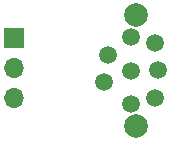
<source format=gbr>
%TF.GenerationSoftware,KiCad,Pcbnew,(5.1.9)-1*%
%TF.CreationDate,2021-04-04T18:40:27-05:00*%
%TF.ProjectId,S-video pcb breakout vertical,532d7669-6465-46f2-9070-636220627265,rev?*%
%TF.SameCoordinates,Original*%
%TF.FileFunction,Soldermask,Bot*%
%TF.FilePolarity,Negative*%
%FSLAX46Y46*%
G04 Gerber Fmt 4.6, Leading zero omitted, Abs format (unit mm)*
G04 Created by KiCad (PCBNEW (5.1.9)-1) date 2021-04-04 18:40:27*
%MOMM*%
%LPD*%
G01*
G04 APERTURE LIST*
%ADD10C,2.000000*%
%ADD11C,1.500000*%
%ADD12O,1.700000X1.700000*%
%ADD13R,1.700000X1.700000*%
G04 APERTURE END LIST*
D10*
%TO.C,J1*%
X158820000Y-100800000D03*
X158820000Y-110200000D03*
D11*
X160420000Y-103150000D03*
X160720000Y-105500000D03*
X160420000Y-107850000D03*
X158420000Y-102650000D03*
X158420000Y-105600000D03*
X158420000Y-108350000D03*
X156420000Y-104200000D03*
X156120000Y-106500000D03*
%TD*%
D12*
%TO.C,J2*%
X148500000Y-107880000D03*
X148500000Y-105340000D03*
D13*
X148500000Y-102800000D03*
%TD*%
M02*

</source>
